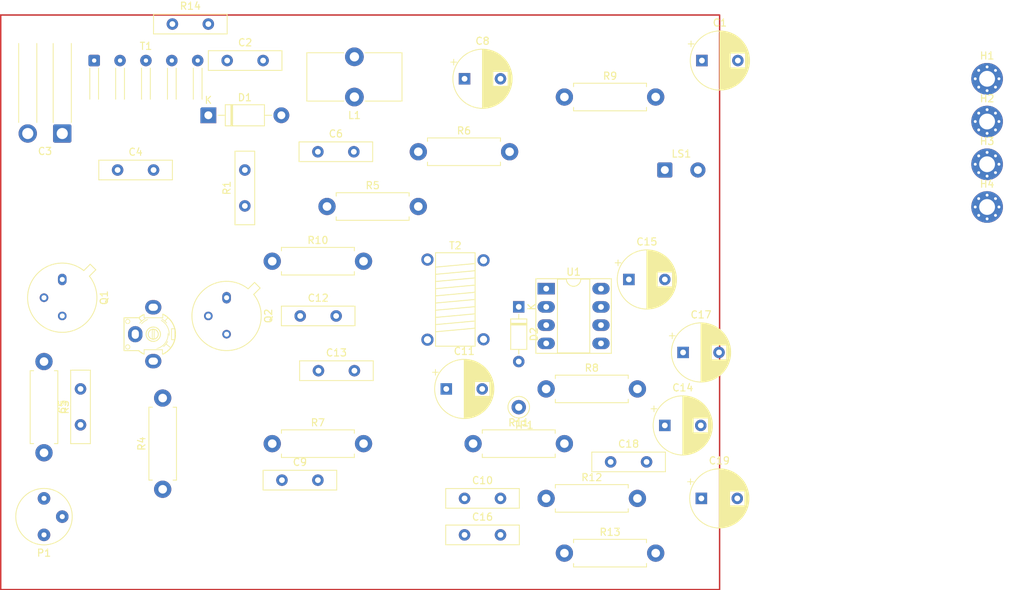
<source format=kicad_pcb>
(kicad_pcb (version 20221018) (generator pcbnew)
  (layers (0 "F.Cu" signal) (31 "B.Cu" signal) (34 "B.Paste" user) (35 "F.Paste" user) (36 "B.SilkS" user "B.Silkscreen") (37 "F.SilkS" user "F.Silkscreen") (38 "B.Mask" user) (39 "F.Mask" user) (44 "Edge.Cuts" user))
  (net 0 "")
  (net 1 "VCC")
  (net 2 "GND")
  (net 3 "Net-(D1-K)")
  (net 4 "Net-(T1-SA)")
  (net 5 "Net-(T1-SC)")
  (net 6 "Net-(Q1-B)")
  (net 7 "Net-(Q1-E)")
  (net 8 "Net-(T1-Tick1)")
  (net 9 "Net-(Q2-B)")
  (net 10 "Net-(Q1-C)")
  (net 11 "Net-(Q2-E)")
  (net 12 "Net-(D2-A)")
  (net 13 "Net-(C11-Pad2)")
  (net 14 "Net-(C12-Pad1)")
  (net 15 "Net-(U1--)")
  (net 16 "Net-(C14-Pad1)")
  (net 17 "Net-(C14-Pad2)")
  (net 18 "Net-(U1-BYPASS)")
  (net 19 "Net-(C16-Pad2)")
  (net 20 "Net-(C18-Pad2)")
  (net 21 "Net-(C19-Pad1)")
  (net 22 "Net-(C19-Pad2)")
  (net 23 "Net-(D2-K)")
  (net 24 "Net-(P1-Pad1)")
  (net 25 "Net-(Q2-C)")
  (net 26 "Net-(R11-Pad2)")
  (footprint "Connector_Wire:SolderWire-0.1sqmm_1x05_P3.6mm_D0.4mm_OD1mm_Relief" (layer "F.Cu") (at 27.3 20.32)
    (fp_text reference "T1" (at 7.2 -2) (layer "F.SilkS"))
    (fp_text value "Antenna-TICKLE-SS")
    (pad "" np_thru_hole circle (at 0 6) (size 1.5 1.5) (drill 1.5) (layers "*.Cu" "*.Mask"))
    (pad "" np_thru_hole circle (at 3.6 6) (size 1.5 1.5) (drill 1.5) (layers "*.Cu" "*.Mask"))
    (pad "" np_thru_hole circle (at 7.2 6) (size 1.5 1.5) (drill 1.5) (layers "*.Cu" "*.Mask"))
    (pad "" np_thru_hole circle (at 10.8 6) (size 1.5 1.5) (drill 1.5) (layers "*.Cu" "*.Mask"))
    (pad "" np_thru_hole circle (at 14.4 6) (size 1.5 1.5) (drill 1.5) (layers "*.Cu" "*.Mask"))
    (pad "1" thru_hole roundrect (at 0 0) (size 1.6 1.6) (drill 0.6) (layers "*.Cu" "*.Mask") (roundrect_rratio 0.15625) (net 4 "Net-(T1-SA)"))
    (pad "2" thru_hole circle (at 3.6 0) (size 1.6 1.6) (drill 0.6) (layers "*.Cu" "*.Mask") (net 5 "Net-(T1-SC)"))
    (pad "3" thru_hole circle (at 7.2 0) (size 1.6 1.6) (drill 0.6) (layers "*.Cu" "*.Mask") (net 2 "GND"))
    (pad "4" thru_hole circle (at 10.8 0) (size 1.6 1.6) (drill 0.6) (layers "*.Cu" "*.Mask") (net 10 "Net-(Q1-C)"))
    (pad "5" thru_hole circle (at 14.4 0) (size 1.6 1.6) (drill 0.6) (layers "*.Cu" "*.Mask") (net 8 "Net-(T1-Tick1)"))
  )
  (footprint "Resistor_THT:R_Axial_DIN0411_L9.9mm_D3.6mm_P12.70mm_Horizontal" (layer "F.Cu") (at 36.83 80.01 90)
    (fp_text reference "R4" (at 6.35 -2.92 90) (layer "F.SilkS"))
    (fp_text value "47")
    (pad "1" thru_hole circle (at 0 0 90) (size 2.4 2.4) (drill 1.2) (layers "*.Cu" "*.Mask") (net 7 "Net-(Q1-E)"))
    (pad "2" thru_hole oval (at 12.7 0 90) (size 2.4 2.4) (drill 1.2) (layers "*.Cu" "*.Mask") (net 2 "GND"))
  )
  (footprint "Resistor_THT:R_Axial_DIN0411_L9.9mm_D3.6mm_P12.70mm_Horizontal" (layer "F.Cu") (at 52.07 48.26)
    (fp_text reference "R10" (at 6.35 -2.92) (layer "F.SilkS"))
    (fp_text value "6.8k")
    (pad "1" thru_hole circle (at 0 0) (size 2.4 2.4) (drill 1.2) (layers "*.Cu" "*.Mask") (net 14 "Net-(C12-Pad1)"))
    (pad "2" thru_hole oval (at 12.7 0) (size 2.4 2.4) (drill 1.2) (layers "*.Cu" "*.Mask") (net 15 "Net-(U1--)"))
  )
  (footprint "Capacitor_THT:CP_Radial_D8.0mm_P5.00mm" (layer "F.Cu") (at 109.22 60.96)
    (fp_text reference "C17" (at 2.5 -5.25) (layer "F.SilkS"))
    (fp_text value "470u")
    (pad "1" thru_hole rect (at 0 0) (size 1.6 1.6) (drill 0.8) (layers "*.Cu" "*.Mask") (net 1 "VCC"))
    (pad "2" thru_hole circle (at 5 0) (size 1.6 1.6) (drill 0.8) (layers "*.Cu" "*.Mask") (net 2 "GND"))
  )
  (footprint "Resistor_THT:R_Axial_DIN0411_L9.9mm_D3.6mm_P12.70mm_Horizontal" (layer "F.Cu") (at 90.17 81.28)
    (fp_text reference "R12" (at 6.35 -2.92) (layer "F.SilkS"))
    (fp_text value "10k")
    (pad "1" thru_hole circle (at 0 0) (size 2.4 2.4) (drill 1.2) (layers "*.Cu" "*.Mask") (net 21 "Net-(C19-Pad1)"))
    (pad "2" thru_hole oval (at 12.7 0) (size 2.4 2.4) (drill 1.2) (layers "*.Cu" "*.Mask") (net 19 "Net-(C16-Pad2)"))
  )
  (footprint "radio:FT50-43-Bifilar" (layer "F.Cu") (at 80.16 52.832 -90)
    (fp_text reference "T2" (at -6.75 2.62 unlocked) (layer "F.SilkS"))
    (fp_text value "Transformer_1P_1S")
    (pad "" np_thru_hole oval (at 0.508 -1.27 270) (size 2.8 1.3) (drill oval 2.8 1.3) (layers "F&B.Cu" "*.Mask"))
    (pad "" np_thru_hole oval (at 0.508 6.5 270) (size 2.8 1.3) (drill oval 2.8 1.3) (layers "F&B.Cu" "*.Mask"))
    (pad "1" thru_hole circle (at -4.7 -1.3) (size 1.7 1.7) (drill 1) (layers "*.Cu" "*.Mask") (net 3 "Net-(D1-K)"))
    (pad "2" thru_hole circle (at 6.296604 -1.3) (size 1.7 1.7) (drill 1) (layers "*.Cu" "*.Mask") (net 25 "Net-(Q2-C)"))
    (pad "3" thru_hole circle (at -4.8 6.5) (size 1.7 1.7) (drill 1) (layers "*.Cu" "*.Mask") (net 23 "Net-(D2-K)"))
    (pad "4" thru_hole circle (at 6.35 6.5) (size 1.7 1.7) (drill 1) (layers "*.Cu" "*.Mask") (net 2 "GND"))
  )
  (footprint "MountingHole:MountingHole_2.2mm_M2_Pad_Via" (layer "F.Cu") (at 151.51 40.71)
    (fp_text reference "H4" (at 0 -3.2) (layer "F.SilkS"))
    (fp_text value "MountingHole")
    (pad "1" thru_hole circle (at -1.65 0) (size 0.7 0.7) (drill 0.4) (layers "*.Cu" "*.Mask"))
    (pad "1" thru_hole circle (at -1.166726 -1.166726) (size 0.7 0.7) (drill 0.4) (layers "*.Cu" "*.Mask"))
    (pad "1" thru_hole circle (at -1.166726 1.166726) (size 0.7 0.7) (drill 0.4) (layers "*.Cu" "*.Mask"))
    (pad "1" thru_hole circle (at 0 -1.65) (size 0.7 0.7) (drill 0.4) (layers "*.Cu" "*.Mask"))
    (pad "1" thru_hole circle (at 0 0) (size 4.4 4.4) (drill 2.2) (layers "*.Cu" "*.Mask"))
    (pad "1" thru_hole circle (at 0 1.65) (size 0.7 0.7) (drill 0.4) (layers "*.Cu" "*.Mask"))
    (pad "1" thru_hole circle (at 1.166726 -1.166726) (size 0.7 0.7) (drill 0.4) (layers "*.Cu" "*.Mask"))
    (pad "1" thru_hole circle (at 1.166726 1.166726) (size 0.7 0.7) (drill 0.4) (layers "*.Cu" "*.Mask"))
    (pad "1" thru_hole circle (at 1.65 0) (size 0.7 0.7) (drill 0.4) (layers "*.Cu" "*.Mask"))
  )
  (footprint "Resistor_THT:R_Axial_DIN0411_L9.9mm_D3.6mm_P12.70mm_Horizontal" (layer "F.Cu") (at 90.17 66.04)
    (fp_text reference "R8" (at 6.35 -2.92) (layer "F.SilkS"))
    (fp_text value "10k")
    (pad "1" thru_hole circle (at 0 0) (size 2.4 2.4) (drill 1.2) (layers "*.Cu" "*.Mask") (net 12 "Net-(D2-A)"))
    (pad "2" thru_hole oval (at 12.7 0) (size 2.4 2.4) (drill 1.2) (layers "*.Cu" "*.Mask") (net 2 "GND"))
  )
  (footprint "Capacitor_THT:CP_Radial_D8.0mm_P5.00mm" (layer "F.Cu") (at 111.76 81.28)
    (fp_text reference "C19" (at 2.5 -5.25) (layer "F.SilkS"))
    (fp_text value "220u")
    (pad "1" thru_hole rect (at 0 0) (size 1.6 1.6) (drill 0.8) (layers "*.Cu" "*.Mask") (net 21 "Net-(C19-Pad1)"))
    (pad "2" thru_hole circle (at 5 0) (size 1.6 1.6) (drill 0.8) (layers "*.Cu" "*.Mask") (net 22 "Net-(C19-Pad2)"))
  )
  (footprint "Resistor_THT:R_Axial_DIN0411_L9.9mm_D3.6mm_P12.70mm_Horizontal" (layer "F.Cu") (at 72.39 33.02)
    (fp_text reference "R6" (at 6.35 -2.92) (layer "F.SilkS"))
    (fp_text value "470k")
    (pad "1" thru_hole circle (at 0 0) (size 2.4 2.4) (drill 1.2) (layers "*.Cu" "*.Mask") (net 3 "Net-(D1-K)"))
    (pad "2" thru_hole oval (at 12.7 0) (size 2.4 2.4) (drill 1.2) (layers "*.Cu" "*.Mask") (net 9 "Net-(Q2-B)"))
  )
  (footprint "Resistor_THT:R_Axial_DIN0411_L9.9mm_D3.6mm_P12.70mm_Horizontal" (layer "F.Cu") (at 59.69 40.64)
    (fp_text reference "R5" (at 6.35 -2.92) (layer "F.SilkS"))
    (fp_text value "100k")
    (pad "1" thru_hole circle (at 0 0) (size 2.4 2.4) (drill 1.2) (layers "*.Cu" "*.Mask") (net 9 "Net-(Q2-B)"))
    (pad "2" thru_hole oval (at 12.7 0) (size 2.4 2.4) (drill 1.2) (layers "*.Cu" "*.Mask") (net 2 "GND"))
  )
  (footprint "Capacitor_THT:C_Disc_D10.0mm_W2.5mm_P5.00mm" (layer "F.Cu") (at 38.18 15.24)
    (fp_text reference "R14" (at 2.5 -2.5) (layer "F.SilkS"))
    (fp_text value "680")
    (pad "1" thru_hole circle (at 0 0) (size 1.6 1.6) (drill 0.8) (layers "*.Cu" "*.Mask") (net 1 "VCC"))
    (pad "2" thru_hole circle (at 5 0) (size 1.6 1.6) (drill 0.8) (layers "*.Cu" "*.Mask") (net 3 "Net-(D1-K)"))
  )
  (footprint "Capacitor_THT:C_Disc_D10.0mm_W2.5mm_P5.00mm" (layer "F.Cu") (at 78.82 86.36)
    (fp_text reference "C16" (at 2.5 -2.5) (layer "F.SilkS"))
    (fp_text value "220p")
    (pad "1" thru_hole circle (at 0 0) (size 1.6 1.6) (drill 0.8) (layers "*.Cu" "*.Mask") (net 16 "Net-(C14-Pad1)"))
    (pad "2" thru_hole circle (at 5 0) (size 1.6 1.6) (drill 0.8) (layers "*.Cu" "*.Mask") (net 19 "Net-(C16-Pad2)"))
  )
  (footprint "radio:Film-C-Trimmer-PTH-D7.5-P5.08-3" (layer "F.Cu") (at 35.52 58.42)
    (fp_text reference "C7" hide)
    (fp_text value "5-40pf" hide)
    (pad "1" thru_hole oval (at -2.5 0 270) (size 2.25 2) (drill oval 1.3 1) (layers "*.Cu" "*.Mask") (net 10 "Net-(Q1-C)"))
    (pad "2" thru_hole oval (at 0 -3.75 270) (size 2 2.25) (drill oval 1 1.3) (layers "*.Cu" "*.Mask") (net 2 "GND"))
    (pad "2" thru_hole oval (at 0 3.75 270) (size 2 2.25) (drill oval 1 1.3) (layers "*.Cu" "*.Mask") (net 2 "GND"))
  )
  (footprint "Capacitor_THT:CP_Radial_D8.0mm_P5.00mm" (layer "F.Cu") (at 76.28 66.04)
    (fp_text reference "C11" (at 2.5 -5.25) (layer "F.SilkS"))
    (fp_text value "4.7uF")
    (pad "1" thru_hole rect (at 0 0) (size 1.6 1.6) (drill 0.8) (layers "*.Cu" "*.Mask") (net 12 "Net-(D2-A)"))
    (pad "2" thru_hole circle (at 5 0) (size 1.6 1.6) (drill 0.8) (layers "*.Cu" "*.Mask") (net 13 "Net-(C11-Pad2)"))
  )
  (footprint "Capacitor_THT:CP_Radial_D8.0mm_P5.00mm" (layer "F.Cu") (at 106.68 71.12)
    (fp_text reference "C14" (at 2.5 -5.25) (layer "F.SilkS"))
    (fp_text value "47u")
    (pad "1" thru_hole rect (at 0 0) (size 1.6 1.6) (drill 0.8) (layers "*.Cu" "*.Mask") (net 16 "Net-(C14-Pad1)"))
    (pad "2" thru_hole circle (at 5 0) (size 1.6 1.6) (drill 0.8) (layers "*.Cu" "*.Mask") (net 17 "Net-(C14-Pad2)"))
  )
  (footprint "Resistor_THT:R_Axial_DIN0411_L9.9mm_D3.6mm_P12.70mm_Horizontal" (layer "F.Cu") (at 92.71 88.9)
    (fp_text reference "R13" (at 6.35 -2.92) (layer "F.SilkS"))
    (fp_text value "15")
    (pad "1" thru_hole circle (at 0 0) (size 2.4 2.4) (drill 1.2) (layers "*.Cu" "*.Mask") (net 21 "Net-(C19-Pad1)"))
    (pad "2" thru_hole oval (at 12.7 0) (size 2.4 2.4) (drill 1.2) (layers "*.Cu" "*.Mask") (net 20 "Net-(C18-Pad2)"))
  )
  (footprint "Capacitor_THT:C_Disc_D10.0mm_W2.5mm_P5.00mm" (layer "F.Cu") (at 58.42 33.02)
    (fp_text reference "C6" (at 2.5 -2.5) (layer "F.SilkS"))
    (fp_text value "100p")
    (pad "1" thru_hole circle (at 0 0) (size 1.6 1.6) (drill 0.8) (layers "*.Cu" "*.Mask") (net 8 "Net-(T1-Tick1)"))
    (pad "2" thru_hole circle (at 5 0) (size 1.6 1.6) (drill 0.8) (layers "*.Cu" "*.Mask") (net 9 "Net-(Q2-B)"))
  )
  (footprint "Resistor_THT:R_Axial_DIN0411_L9.9mm_D3.6mm_P12.70mm_Horizontal" (layer "F.Cu") (at 20.32 62.23 -90)
    (fp_text reference "R3" (at 6.35 -2.92 90) (layer "F.SilkS"))
    (fp_text value "opt")
    (pad "1" thru_hole circle (at 0 0 270) (size 2.4 2.4) (drill 1.2) (layers "*.Cu" "*.Mask") (net 6 "Net-(Q1-B)"))
    (pad "2" thru_hole oval (at 12.7 0 270) (size 2.4 2.4) (drill 1.2) (layers "*.Cu" "*.Mask") (net 24 "Net-(P1-Pad1)"))
  )
  (footprint "Capacitor_THT:CP_Radial_D8.0mm_P5.00mm" (layer "F.Cu") (at 78.82 22.86)
    (fp_text reference "C8" (at 2.5 -5.25) (layer "F.SilkS"))
    (fp_text value "1uF")
    (pad "1" thru_hole rect (at 0 0) (size 1.6 1.6) (drill 0.8) (layers "*.Cu" "*.Mask") (net 3 "Net-(D1-K)"))
    (pad "2" thru_hole circle (at 5 0) (size 1.6 1.6) (drill 0.8) (layers "*.Cu" "*.Mask") (net 2 "GND"))
  )
  (footprint "MountingHole:MountingHole_2.2mm_M2_Pad_Via" (layer "F.Cu") (at 151.51 22.86)
    (fp_text reference "H1" (at 0 -3.2) (layer "F.SilkS"))
    (fp_text value "MountingHole")
    (pad "1" thru_hole circle (at -1.65 0) (size 0.7 0.7) (drill 0.4) (layers "*.Cu" "*.Mask"))
    (pad "1" thru_hole circle (at -1.166726 -1.166726) (size 0.7 0.7) (drill 0.4) (layers "*.Cu" "*.Mask"))
    (pad "1" thru_hole circle (at -1.166726 1.166726) (size 0.7 0.7) (drill 0.4) (layers "*.Cu" "*.Mask"))
    (pad "1" thru_hole circle (at 0 -1.65) (size 0.7 0.7) (drill 0.4) (layers "*.Cu" "*.Mask"))
    (pad "1" thru_hole circle (at 0 0) (size 4.4 4.4) (drill 2.2) (layers "*.Cu" "*.Mask"))
    (pad "1" thru_hole circle (at 0 1.65) (size 0.7 0.7) (drill 0.4) (layers "*.Cu" "*.Mask"))
    (pad "1" thru_hole circle (at 1.166726 -1.166726) (size 0.7 0.7) (drill 0.4) (layers "*.Cu" "*.Mask"))
    (pad "1" thru_hole circle (at 1.166726 1.166726) (size 0.7 0.7) (drill 0.4) (layers "*.Cu" "*.Mask"))
    (pad "1" thru_hole circle (at 1.65 0) (size 0.7 0.7) (drill 0.4) (layers "*.Cu" "*.Mask"))
  )
  (footprint "Capacitor_THT:C_Disc_D10.0mm_W2.5mm_P5.00mm" (layer "F.Cu") (at 45.8 20.32)
    (fp_text reference "C2" (at 2.5 -2.5) (layer "F.SilkS"))
    (fp_text value "204")
    (pad "1" thru_hole circle (at 0 0) (size 1.6 1.6) (drill 0.8) (layers "*.Cu" "*.Mask") (net 2 "GND"))
    (pad "2" thru_hole circle (at 5 0) (size 1.6 1.6) (drill 0.8) (layers "*.Cu" "*.Mask") (net 3 "Net-(D1-K)"))
  )
  (footprint "Capacitor_THT:C_Disc_D10.0mm_W2.5mm_P5.00mm" (layer "F.Cu") (at 25.4 71.04 90)
    (fp_text reference "C5" (at 2.5 -2.5 90) (layer "F.SilkS"))
    (fp_text value "103")
    (pad "1" thru_hole circle (at 0 0 90) (size 1.6 1.6) (drill 0.8) (layers "*.Cu" "*.Mask") (net 2 "GND"))
    (pad "2" thru_hole circle (at 5 0 90) (size 1.6 1.6) (drill 0.8) (layers "*.Cu" "*.Mask") (net 7 "Net-(Q1-E)"))
  )
  (footprint "Capacitor_THT:C_Disc_D10.0mm_W2.5mm_P5.00mm" (layer "F.Cu") (at 53.42 78.74)
    (fp_text reference "C9" (at 2.5 -2.5) (layer "F.SilkS"))
    (fp_text value "103")
    (pad "1" thru_hole circle (at 0 0) (size 1.6 1.6) (drill 0.8) (layers "*.Cu" "*.Mask") (net 2 "GND"))
    (pad "2" thru_hole circle (at 5 0) (size 1.6 1.6) (drill 0.8) (layers "*.Cu" "*.Mask") (net 11 "Net-(Q2-E)"))
  )
  (footprint "Capacitor_THT:CP_Radial_D8.0mm_P5.00mm" (layer "F.Cu") (at 111.84 20.32)
    (fp_text reference "C1" (at 2.5 -5.25) (layer "F.SilkS"))
    (fp_text value "47uF")
    (pad "1" thru_hole rect (at 0 0) (size 1.6 1.6) (drill 0.8) (layers "*.Cu" "*.Mask") (net 1 "VCC"))
    (pad "2" thru_hole circle (at 5 0) (size 1.6 1.6) (drill 0.8) (layers "*.Cu" "*.Mask") (net 2 "GND"))
  )
  (footprint "MountingHole:MountingHole_2.2mm_M2_Pad_Via" (layer "F.Cu") (at 151.51 34.76)
    (fp_text reference "H3" (at 0 -3.2) (layer "F.SilkS"))
    (fp_text value "MountingHole")
    (pad "1" thru_hole circle (at -1.65 0) (size 0.7 0.7) (drill 0.4) (layers "*.Cu" "*.Mask"))
    (pad "1" thru_hole circle (at -1.166726 -1.166726) (size 0.7 0.7) (drill 0.4) (layers "*.Cu" "*.Mask"))
    (pad "1" thru_hole circle (at -1.166726 1.166726) (size 0.7 0.7) (drill 0.4) (layers "*.Cu" "*.Mask"))
    (pad "1" thru_hole circle (at 0 -1.65) (size 0.7 0.7) (drill 0.4) (layers "*.Cu" "*.Mask"))
    (pad "1" thru_hole circle (at 0 0) (size 4.4 4.4) (drill 2.2) (layers "*.Cu" "*.Mask"))
    (pad "1" thru_hole circle (at 0 1.65) (size 0.7 0.7) (drill 0.4) (layers "*.Cu" "*.Mask"))
    (pad "1" thru_hole circle (at 1.166726 -1.166726) (size 0.7 0.7) (drill 0.4) (layers "*.Cu" "*.Mask"))
    (pad "1" thru_hole circle (at 1.166726 1.166726) (size 0.7 0.7) (drill 0.4) (layers "*.Cu" "*.Mask"))
    (pad "1" thru_hole circle (at 1.65 0) (size 0.7 0.7) (drill 0.4) (layers "*.Cu" "*.Mask"))
  )
  (footprint "Connector_Wire:SolderWire-0.75sqmm_1x02_P4.8mm_D1.25mm_OD2.3mm_Relief" (layer "F.Cu") (at 22.86 30.48 180)
    (fp_text reference "C3" (at 2.4 -2.47) (layer "F.SilkS"))
    (fp_text value "C_Variable")
    (pad "" np_thru_hole circle (at 0 13.8 180) (size 2.8 2.8) (drill 2.8) (layers "*.Cu" "*.Mask"))
    (pad "" np_thru_hole circle (at 4.8 13.8 180) (size 2.8 2.8) (drill 2.8) (layers "*.Cu" "*.Mask"))
    (pad "1" thru_hole roundrect (at 0 0 180) (size 2.55 2.55) (drill 1.55) (layers "*.Cu" "*.Mask") (roundrect_rratio 0.098039) (net 4 "Net-(T1-SA)"))
    (pad "2" thru_hole circle (at 4.8 0 180) (size 2.55 2.55) (drill 1.55) (layers "*.Cu" "*.Mask") (net 2 "GND"))
  )
  (footprint "Connector_Wire:SolderWire-0.5sqmm_1x02_P4.6mm_D0.9mm_OD2.1mm" (layer "F.Cu") (at 106.68 35.56)
    (fp_text reference "LS1" (at 2.3 -2.25) (layer "F.SilkS"))
    (fp_text value "Speaker")
    (pad "1" thru_hole roundrect (at 0 0) (size 2.1 2.1) (drill 1.1) (layers "*.Cu" "*.Mask") (roundrect_rratio 0.119048) (net 22 "Net-(C19-Pad2)"))
    (pad "2" thru_hole circle (at 4.6 0) (size 2.1 2.1) (drill 1.1) (layers "*.Cu" "*.Mask") (net 2 "GND"))
  )
  (footprint "Diode_THT:D_DO-35_SOD27_P7.62mm_Horizontal" (layer "F.Cu") (at 86.36 54.61 -90)
    (fp_text reference "D2" (at 3.81 -2.12 90) (layer "F.SilkS"))
    (fp_text value "1N4148")
    (fp_text user "K" (at 0 -1.8 90) (layer "F.SilkS"))
    (pad "1" thru_hole rect (at 0 0 270) (size 1.6 1.6) (drill 0.8) (layers "*.Cu" "*.Mask") (net 23 "Net-(D2-K)"))
    (pad "2" thru_hole oval (at 7.62 0 270) (size 1.6 1.6) (drill 0.8) (layers "*.Cu" "*.Mask") (net 12 "Net-(D2-A)"))
  )
  (footprint "Package_DIP:DIP-8_W7.62mm_Socket_LongPads" (layer "F.Cu") (at 90.18 52.08)
    (fp_text reference "U1" (at 3.81 -2.33) (layer "F.SilkS"))
    (fp_text value "LM386")
    (pad "1" thru_hole rect (at 0 0) (size 2.4 1.6) (drill 0.8) (layers "*.Cu" "*.Mask") (net 16 "Net-(C14-Pad1)"))
    (pad "2" thru_hole oval (at 0 2.54) (size 2.4 1.6) (drill 0.8) (layers "*.Cu" "*.Mask") (net 15 "Net-(U1--)"))
    (pad "3" thru_hole oval (at 0 5.08) (size 2.4 1.6) (drill 0.8) (layers "*.Cu" "*.Mask") (net 2 "GND"))
    (pad "4" thru_hole oval (at 0 7.62) (size 2.4 1.6) (drill 0.8) (layers "*.Cu" "*.Mask") (net 2 "GND"))
    (pad "5" thru_hole oval (at 7.62 7.62) (size 2.4 1.6) (drill 0.8) (layers "*.Cu" "*.Mask") (net 21 "Net-(C19-Pad1)"))
    (pad "6" thru_hole oval (at 7.62 5.08) (size 2.4 1.6) (drill 0.8) (layers "*.Cu" "*.Mask") (net 1 "VCC"))
    (pad "7" thru_hole oval (at 7.62 2.54) (size 2.4 1.6) (drill 0.8) (layers "*.Cu" "*.Mask") (net 18 "Net-(U1-BYPASS)"))
    (pad "8" thru_hole oval (at 7.62 0) (size 2.4 1.6) (drill 0.8) (layers "*.Cu" "*.Mask") (net 26 "Net-(R11-Pad2)"))
  )
  (footprint "Capacitor_THT:C_Disc_D10.0mm_W2.5mm_P5.00mm" (layer "F.Cu") (at 99.14 76.2)
    (fp_text reference "C18" (at 2.5 -2.5) (layer "F.SilkS"))
    (fp_text value "0.047")
    (pad "1" thru_hole circle (at 0 0) (size 1.6 1.6) (drill 0.8) (layers "*.Cu" "*.Mask") (net 2 "GND"))
    (pad "2" thru_hole circle (at 5 0) (size 1.6 1.6) (drill 0.8) (layers "*.Cu" "*.Mask") (net 20 "Net-(C18-Pad2)"))
  )
  (footprint "Capacitor_THT:C_Disc_D10.0mm_W2.5mm_P5.00mm" (layer "F.Cu") (at 58.5 63.5)
    (fp_text reference "C13" (at 2.5 -2.5) (layer "F.SilkS"))
    (fp_text value "222")
    (pad "1" thru_hole circle (at 0 0) (size 1.6 1.6) (drill 0.8) (layers "*.Cu" "*.Mask") (net 2 "GND"))
    (pad "2" thru_hole circle (at 5 0) (size 1.6 1.6) (drill 0.8) (layers "*.Cu" "*.Mask") (net 15 "Net-(U1--)"))
  )
  (footprint "Resistor_THT:R_Axial_DIN0411_L9.9mm_D3.6mm_P12.70mm_Horizontal" (layer "F.Cu") (at 92.71 25.4)
    (fp_text reference "R9" (at 6.35 -2.92) (layer "F.SilkS"))
    (fp_text value "800k")
    (pad "1" thru_hole circle (at 0 0) (size 2.4 2.4) (drill 1.2) (layers "*.Cu" "*.Mask") (net 3 "Net-(D1-K)"))
    (pad "2" thru_hole oval (at 12.7 0) (size 2.4 2.4) (drill 1.2) (layers "*.Cu" "*.Mask") (net 12 "Net-(D2-A)"))
  )
  (footprint "Capacitor_THT:CP_Radial_D8.0mm_P5.00mm" (layer "F.Cu") (at 101.68 50.8)
    (fp_text reference "C15" (at 2.5 -5.25) (layer "F.SilkS"))
    (fp_text value "10u")
    (pad "1" thru_hole rect (at 0 0) (size 1.6 1.6) (drill 0.8) (layers "*.Cu" "*.Mask") (net 18 "Net-(U1-BYPASS)"))
    (pad "2" thru_hole circle (at 5 0) (size 1.6 1.6) (drill 0.8) (layers "*.Cu" "*.Mask") (net 2 "GND"))
  )
  (footprint "Inductor_THT:L_Toroid_Vertical_L13.0mm_W6.5mm_P5.60mm" (layer "F.Cu") (at 63.5 25.4 180)
    (fp_text reference "L1" (at 0 -2.55) (layer "F.SilkS"))
    (fp_text value "L_Ferrite")
    (pad "1" thru_hole circle (at 0 0 180) (size 2.6 2.6) (drill 1.3) (layers "*.Cu" "*.Mask") (net 3 "Net-(D1-K)"))
    (pad "2" thru_hole circle (at 0 5.6 180) (size 2.6 2.6) (drill 1.3) (layers "*.Cu" "*.Mask") (net 8 "Net-(T1-Tick1)"))
  )
  (footprint "Potentiometer_THT:Potentiometer_Bourns_3339P_Vertical_HandSoldering" (layer "F.Cu") (at 20.32 81.28 180)
    (fp_text reference "P1" (at 0 -7.6) (layer "F.SilkS"))
    (fp_text value "POTWS20")
    (pad "1" thru_hole circle (at 0 0 180) (size 1.75 1.75) (drill 0.7) (layers "*.Cu" "*.Mask") (net 24 "Net-(P1-Pad1)"))
    (pad "2" thru_hole circle (at -2.54 -2.54 180) (size 1.75 1.75) (drill 0.7) (layers "*.Cu" "*.Mask") (net 24 "Net-(P1-Pad1)"))
    (pad "3" thru_hole circle (at 0 -5.08 180) (size 1.75 1.75) (drill 0.7) (layers "*.Cu" "*.Mask") (net 2 "GND"))
  )
  (footprint "TestPoint:TestPoint_Loop_D2.50mm_Drill1.0mm" (layer "F.Cu") (at 86.36 68.58)
    (fp_text reference "TP1" (at 0.7 2.5) (layer "F.SilkS"))
    (fp_text value "TestPoint")
    (pad "1" thru_hole circle (at 0 0) (size 2 2) (drill 1) (layers "*.Cu" "*.Mask") (net 13 "Net-(C11-Pad2)"))
  )
  (footprint "Capacitor_THT:C_Disc_D10.0mm_W2.5mm_P5.00mm" (layer "F.Cu") (at 55.96 55.88)
    (fp_text reference "C12" (at 2.5 -2.5) (layer "F.SilkS"))
    (fp_text value "0.33")
    (pad "1" thru_hole circle (at 0 0) (size 1.6 1.6) (drill 0.8) (layers "*.Cu" "*.Mask") (net 14 "Net-(C12-Pad1)"))
    (pad "2" thru_hole circle (at 5 0) (size 1.6 1.6) (drill 0.8) (layers "*.Cu" "*.Mask") (net 13 "Net-(C11-Pad2)"))
  )
  (footprint "Diode_THT:D_DO-41_SOD81_P10.16mm_Horizontal" (layer "F.Cu") (at 43.18 27.94)
    (fp_text reference "D1" (at 5.08 -2.47) (layer "F.SilkS"))
    (fp_text value "1N47xxA")
    (fp_text user "K" (at 0 -2.1) (layer "F.SilkS"))
    (pad "1" thru_hole rect (at 0 0) (size 2.2 2.2) (drill 1.1) (layers "*.Cu" "*.Mask") (net 3 "Net-(D1-K)"))
    (pad "2" thru_hole oval (at 10.16 0) (size 2.2 2.2) (drill 1.1) (layers "*.Cu" "*.Mask") (net 2 "GND"))
  )
  (footprint "Package_TO_SOT_THT:TO-39-3" (layer "F.Cu") (at 22.86 50.8 -90)
    (fp_text reference "Q1" (at 2.54 -5.82 90) (layer "F.SilkS"))
    (fp_text value "2N2219")
    (pad "1" thru_hole oval (at 0 0 270) (size 1.6 1.2) (drill 0.7) (layers "*.Cu" "*.Mask") (net 7 "Net-(Q1-E)"))
    (pad "2" thru_hole oval (at 2.54 2.54 270) (size 1.2 1.2) (drill 0.7) (layers "*.Cu" "*.Mask") (net 6 "Net-(Q1-B)"))
    (pad "3" thru_hole oval (at 5.08 0 270) (size 1.2 1.2) (drill 0.7) (layers "*.Cu" "*.Mask") (net 10 "Net-(Q1-C)"))
  )
  (footprint "Capacitor_THT:C_Disc_D10.0mm_W2.5mm_P5.00mm" (layer "F.Cu") (at 48.26 40.56 90)
    (fp_text reference "R1" (at 2.5 -2.5 90) (layer "F.SilkS"))
    (fp_text value "1.5M")
    (pad "1" thru_hole circle (at 0 0 90) (size 1.6 1.6) (drill 0.8) (layers "*.Cu" "*.Mask") (net 6 "Net-(Q1-B)"))
    (pad "2" thru_hole circle (at 5 0 90) (size 1.6 1.6) (drill 0.8) (layers "*.Cu" "*.Mask") (net 10 "Net-(Q1-C)"))
  )
  (footprint "Capacitor_THT:C_Disc_D10.0mm_W2.5mm_P5.00mm" (layer "F.Cu") (at 30.56 35.56)
    (fp_text reference "C4" (at 2.5 -2.5) (layer "F.SilkS"))
    (fp_text value "100p")
    (pad "1" thru_hole circle (at 0 0) (size 1.6 1.6) (drill 0.8) (layers "*.Cu" "*.Mask") (net 5 "Net-(T1-SC)"))
    (pad "2" thru_hole circle (at 5 0) (size 1.6 1.6) (drill 0.8) (layers "*.Cu" "*.Mask") (net 6 "Net-(Q1-B)"))
  )
  (footprint "MountingHole:MountingHole_2.2mm_M2_Pad_Via" (layer "F.Cu") (at 151.51 28.81)
    (fp_text reference "H2" (at 0 -3.2) (layer "F.SilkS"))
    (fp_text value "MountingHole")
    (pad "1" thru_hole circle (at -1.65 0) (size 0.7 0.7) (drill 0.4) (layers "*.Cu" "*.Mask"))
    (pad "1" thru_hole circle (at -1.166726 -1.166726) (size 0.7 0.7) (drill 0.4) (layers "*.Cu" "*.Mask"))
    (pad "1" thru_hole circle (at -1.166726 1.166726) (size 0.7 0.7) (drill 0.4) (layers "*.Cu" "*.Mask"))
    (pad "1" thru_hole circle (at 0 -1.65) (size 0.7 0.7) (drill 0.4) (layers "*.Cu" "*.Mask"))
    (pad "1" thru_hole circle (at 0 0) (size 4.4 4.4) (drill 2.2) (layers "*.Cu" "*.Mask"))
    (pad "1" thru_hole circle (at 0 1.65) (size 0.7 0.7) (drill 0.4) (layers "*.Cu" "*.Mask"))
    (pad "1" thru_hole circle (at 1.166726 -1.166726) (size 0.7 0.7) (drill 0.4) (layers "*.Cu" "*.Mask"))
    (pad "1" thru_hole circle (at 1.166726 1.166726) (size 0.7 0.7) (drill 0.4) (layers "*.Cu" "*.Mask"))
    (pad "1" thru_hole circle (at 1.65 0) (size 0.7 0.7) (drill 0.4) (layers "*.Cu" "*.Mask"))
  )
  (footprint "Capacitor_THT:C_Disc_D10.0mm_W2.5mm_P5.00mm" (layer "F.Cu") (at 78.82 81.28)
    (fp_text reference "C10" (at 2.5 -2.5) (layer "F.SilkS"))
    (fp_text value "103")
    (pad "1" thru_hole circle (at 0 0) (size 1.6 1.6) (drill 0.8) (layers "*.Cu" "*.Mask") (net 2 "GND"))
    (pad "2" thru_hole circle (at 5 0) (size 1.6 1.6) (drill 0.8) (layers "*.Cu" "*.Mask") (net 12 "Net-(D2-A)"))
  )
  (footprint "Resistor_THT:R_Axial_DIN0411_L9.9mm_D3.6mm_P12.70mm_Horizontal" (layer "F.Cu") (at 52.07 73.66)
    (fp_text reference "R7" (at 6.35 -2.92) (layer "F.SilkS"))
    (fp_text value "470")
    (pad "1" thru_hole circle (at 0 0) (size 2.4 2.4) (drill 1.2) (layers "*.Cu" "*.Mask") (net 11 "Net-(Q2-E)"))
    (pad "2" thru_hole oval (at 12.7 0) (size 2.4 2.4) (drill 1.2) (layers "*.Cu" "*.Mask") (net 2 "GND"))
  )
  (footprint "Package_TO_SOT_THT:TO-39-3" (layer "F.Cu") (at 45.72 53.34 -90)
    (fp_text reference "Q2" (at 2.54 -5.82 90) (layer "F.SilkS"))
    (fp_text value "2N2219")
    (pad "1" thru_hole oval (at 0 0 270) (size 1.6 1.2) (drill 0.7) (layers "*.Cu" "*.Mask") (net 11 "Net-(Q2-E)"))
    (pad "2" thru_hole oval (at 2.54 2.54 270) (size 1.2 1.2) (drill 0.7) (layers "*.Cu" "*.Mask") (net 9 "Net-(Q2-B)"))
    (pad "3" thru_hole oval (at 5.08 0 270) (size 1.2 1.2) (drill 0.7) (layers "*.Cu" "*.Mask") (net 25 "Net-(Q2-C)"))
  )
  (footprint "Resistor_THT:R_Axial_DIN0411_L9.9mm_D3.6mm_P12.70mm_Horizontal" (layer "F.Cu") (at 80.01 73.66)
    (fp_text reference "R11" (at 6.35 -2.92) (layer "F.SilkS"))
    (fp_text value "10R")
    (pad "1" thru_hole circle (at 0 0) (size 2.4 2.4) (drill 1.2) (layers "*.Cu" "*.Mask") (net 17 "Net-(C14-Pad2)"))
    (pad "2" thru_hole oval (at 12.7 0) (size 2.4 2.4) (drill 1.2) (layers "*.Cu" "*.Mask") (net 26 "Net-(R11-Pad2)"))
  )
  (gr_rect (start 14.3 13.98) (end 114.3 93.98) (stroke (width 0.2)) (fill none) (layer "F.Cu"))
)
</source>
